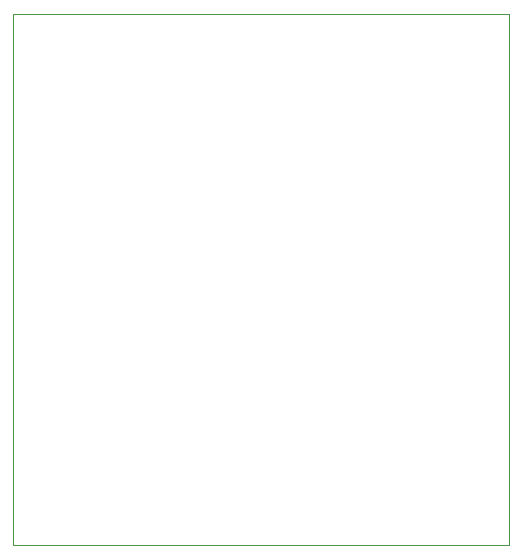
<source format=gbr>
%TF.GenerationSoftware,KiCad,Pcbnew,(5.1.9)-1*%
%TF.CreationDate,2022-07-22T01:31:31+09:00*%
%TF.ProjectId,Transmitter,5472616e-736d-4697-9474-65722e6b6963,rev?*%
%TF.SameCoordinates,Original*%
%TF.FileFunction,Profile,NP*%
%FSLAX46Y46*%
G04 Gerber Fmt 4.6, Leading zero omitted, Abs format (unit mm)*
G04 Created by KiCad (PCBNEW (5.1.9)-1) date 2022-07-22 01:31:31*
%MOMM*%
%LPD*%
G01*
G04 APERTURE LIST*
%TA.AperFunction,Profile*%
%ADD10C,0.050000*%
%TD*%
G04 APERTURE END LIST*
D10*
X127000000Y-117000000D02*
X127000000Y-72000000D01*
X169000000Y-117000000D02*
X127000000Y-117000000D01*
X169000000Y-72000000D02*
X169000000Y-117000000D01*
X127000000Y-72000000D02*
X169000000Y-72000000D01*
M02*

</source>
